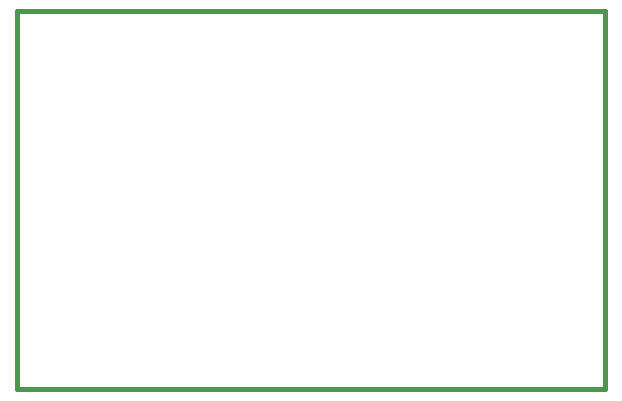
<source format=gbr>
G04 (created by PCBNEW-RS274X (2011-11-27 BZR 3249)-stable) date 21/02/2012 2:37:18 p.m.*
G01*
G70*
G90*
%MOIN*%
G04 Gerber Fmt 3.4, Leading zero omitted, Abs format*
%FSLAX34Y34*%
G04 APERTURE LIST*
%ADD10C,0.006000*%
%ADD11C,0.015000*%
G04 APERTURE END LIST*
G54D10*
G54D11*
X39291Y-32323D02*
X39291Y-19764D01*
X19685Y-32362D02*
X39291Y-32362D01*
X19685Y-19763D02*
X19685Y-32362D01*
X39291Y-19763D02*
X19685Y-19763D01*
M02*

</source>
